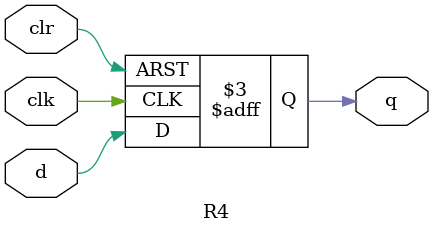
<source format=v>
module R4(d, clk, clr, q);
	input d, clk, clr;
	output reg q;
	
	always @ (negedge clr or negedge clk)
	begin
		if (!clr)
		begin
			q <= 1'b0;
		end
		else
		begin
			q <= d;
		end
	end
endmodule

</source>
